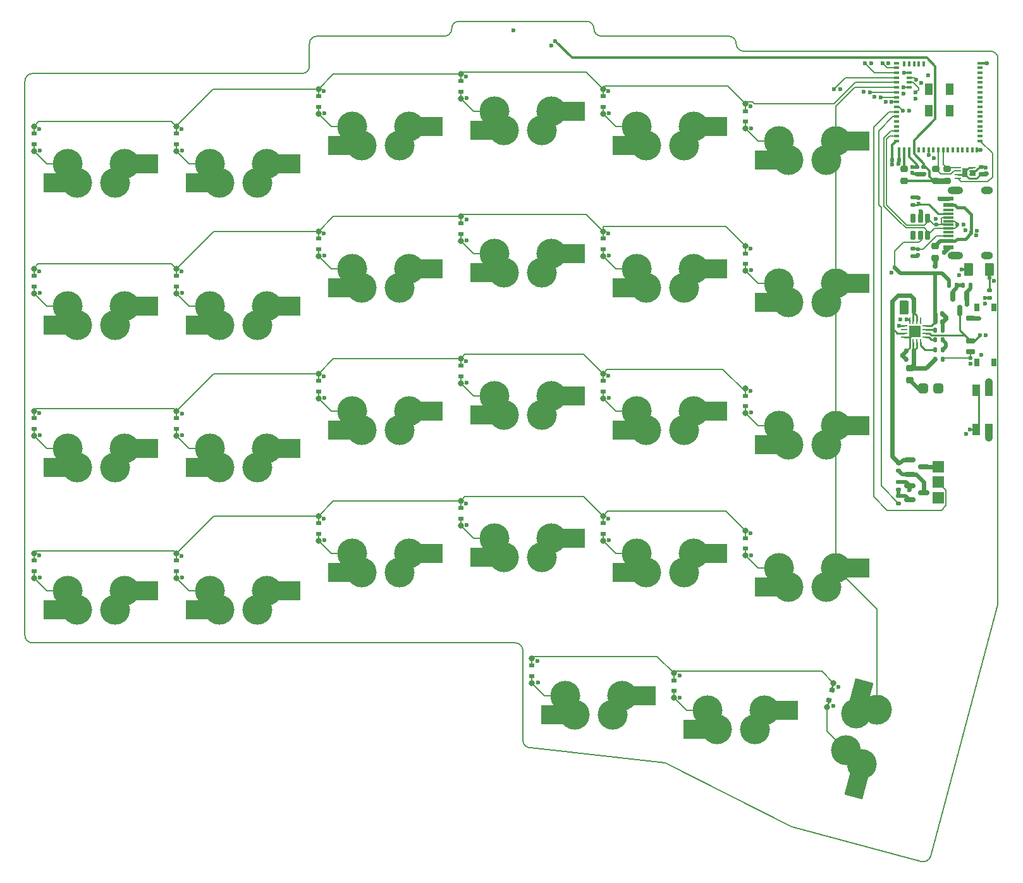
<source format=gbr>
%TF.GenerationSoftware,KiCad,Pcbnew,(6.0.4)*%
%TF.CreationDate,2022-07-16T13:56:11-07:00*%
%TF.ProjectId,Conejo,436f6e65-6a6f-42e6-9b69-6361645f7063,v1.0.0*%
%TF.SameCoordinates,Original*%
%TF.FileFunction,Copper,L4,Bot*%
%TF.FilePolarity,Positive*%
%FSLAX46Y46*%
G04 Gerber Fmt 4.6, Leading zero omitted, Abs format (unit mm)*
G04 Created by KiCad (PCBNEW (6.0.4)) date 2022-07-16 13:56:11*
%MOMM*%
%LPD*%
G01*
G04 APERTURE LIST*
G04 Aperture macros list*
%AMRoundRect*
0 Rectangle with rounded corners*
0 $1 Rounding radius*
0 $2 $3 $4 $5 $6 $7 $8 $9 X,Y pos of 4 corners*
0 Add a 4 corners polygon primitive as box body*
4,1,4,$2,$3,$4,$5,$6,$7,$8,$9,$2,$3,0*
0 Add four circle primitives for the rounded corners*
1,1,$1+$1,$2,$3*
1,1,$1+$1,$4,$5*
1,1,$1+$1,$6,$7*
1,1,$1+$1,$8,$9*
0 Add four rect primitives between the rounded corners*
20,1,$1+$1,$2,$3,$4,$5,0*
20,1,$1+$1,$4,$5,$6,$7,0*
20,1,$1+$1,$6,$7,$8,$9,0*
20,1,$1+$1,$8,$9,$2,$3,0*%
%AMRotRect*
0 Rectangle, with rotation*
0 The origin of the aperture is its center*
0 $1 length*
0 $2 width*
0 $3 Rotation angle, in degrees counterclockwise*
0 Add horizontal line*
21,1,$1,$2,0,0,$3*%
G04 Aperture macros list end*
%TA.AperFunction,Profile*%
%ADD10C,0.150000*%
%TD*%
%TA.AperFunction,SMDPad,CuDef*%
%ADD11R,0.700000X0.600000*%
%TD*%
%TA.AperFunction,SMDPad,CuDef*%
%ADD12RoundRect,0.125000X0.000000X0.700000X0.000000X-0.700000X0.000000X-0.700000X0.000000X0.700000X0*%
%TD*%
%TA.AperFunction,ComponentPad*%
%ADD13C,0.800000*%
%TD*%
%TA.AperFunction,SMDPad,CuDef*%
%ADD14R,3.498000X2.500000*%
%TD*%
%TA.AperFunction,ComponentPad*%
%ADD15C,4.000000*%
%TD*%
%TA.AperFunction,SMDPad,CuDef*%
%ADD16RoundRect,0.090000X0.535000X-0.210000X0.535000X0.210000X-0.535000X0.210000X-0.535000X-0.210000X0*%
%TD*%
%TA.AperFunction,SMDPad,CuDef*%
%ADD17RoundRect,0.105000X-0.245000X-0.445000X0.245000X-0.445000X0.245000X0.445000X-0.245000X0.445000X0*%
%TD*%
%TA.AperFunction,SMDPad,CuDef*%
%ADD18R,1.000000X1.550000*%
%TD*%
%TA.AperFunction,SMDPad,CuDef*%
%ADD19R,1.450000X0.600000*%
%TD*%
%TA.AperFunction,SMDPad,CuDef*%
%ADD20R,1.450000X0.300000*%
%TD*%
%TA.AperFunction,ComponentPad*%
%ADD21O,2.100000X1.000000*%
%TD*%
%TA.AperFunction,ComponentPad*%
%ADD22O,1.600000X1.000000*%
%TD*%
%TA.AperFunction,SMDPad,CuDef*%
%ADD23RotRect,0.600000X0.700000X255.000000*%
%TD*%
%TA.AperFunction,SMDPad,CuDef*%
%ADD24RoundRect,0.125000X0.181173X0.676148X-0.181173X-0.676148X-0.181173X-0.676148X0.181173X0.676148X0*%
%TD*%
%TA.AperFunction,SMDPad,CuDef*%
%ADD25RoundRect,0.140000X-0.170000X0.140000X-0.170000X-0.140000X0.170000X-0.140000X0.170000X0.140000X0*%
%TD*%
%TA.AperFunction,SMDPad,CuDef*%
%ADD26RoundRect,0.218750X-0.256250X0.218750X-0.256250X-0.218750X0.256250X-0.218750X0.256250X0.218750X0*%
%TD*%
%TA.AperFunction,SMDPad,CuDef*%
%ADD27RoundRect,0.147500X-0.172500X0.147500X-0.172500X-0.147500X0.172500X-0.147500X0.172500X0.147500X0*%
%TD*%
%TA.AperFunction,SMDPad,CuDef*%
%ADD28RoundRect,0.140000X0.140000X0.170000X-0.140000X0.170000X-0.140000X-0.170000X0.140000X-0.170000X0*%
%TD*%
%TA.AperFunction,SMDPad,CuDef*%
%ADD29RoundRect,0.135000X-0.185000X0.135000X-0.185000X-0.135000X0.185000X-0.135000X0.185000X0.135000X0*%
%TD*%
%TA.AperFunction,SMDPad,CuDef*%
%ADD30RoundRect,0.150000X-0.150000X0.475000X-0.150000X-0.475000X0.150000X-0.475000X0.150000X0.475000X0*%
%TD*%
%TA.AperFunction,ComponentPad*%
%ADD31R,1.524000X1.524000*%
%TD*%
%TA.AperFunction,SMDPad,CuDef*%
%ADD32RoundRect,0.135000X0.135000X0.185000X-0.135000X0.185000X-0.135000X-0.185000X0.135000X-0.185000X0*%
%TD*%
%TA.AperFunction,SMDPad,CuDef*%
%ADD33RoundRect,0.200000X-0.275000X0.200000X-0.275000X-0.200000X0.275000X-0.200000X0.275000X0.200000X0*%
%TD*%
%TA.AperFunction,SMDPad,CuDef*%
%ADD34RoundRect,0.062500X0.062500X-0.375000X0.062500X0.375000X-0.062500X0.375000X-0.062500X-0.375000X0*%
%TD*%
%TA.AperFunction,SMDPad,CuDef*%
%ADD35RoundRect,0.062500X0.375000X-0.062500X0.375000X0.062500X-0.375000X0.062500X-0.375000X-0.062500X0*%
%TD*%
%TA.AperFunction,SMDPad,CuDef*%
%ADD36R,1.600000X1.600000*%
%TD*%
%TA.AperFunction,SMDPad,CuDef*%
%ADD37RoundRect,0.250000X0.375000X0.625000X-0.375000X0.625000X-0.375000X-0.625000X0.375000X-0.625000X0*%
%TD*%
%TA.AperFunction,SMDPad,CuDef*%
%ADD38RoundRect,0.135000X-0.135000X-0.185000X0.135000X-0.185000X0.135000X0.185000X-0.135000X0.185000X0*%
%TD*%
%TA.AperFunction,SMDPad,CuDef*%
%ADD39RoundRect,0.135000X0.185000X-0.135000X0.185000X0.135000X-0.185000X0.135000X-0.185000X-0.135000X0*%
%TD*%
%TA.AperFunction,SMDPad,CuDef*%
%ADD40RoundRect,0.140000X-0.140000X-0.170000X0.140000X-0.170000X0.140000X0.170000X-0.140000X0.170000X0*%
%TD*%
%TA.AperFunction,SMDPad,CuDef*%
%ADD41RoundRect,0.150000X-0.150000X0.587500X-0.150000X-0.587500X0.150000X-0.587500X0.150000X0.587500X0*%
%TD*%
%TA.AperFunction,SMDPad,CuDef*%
%ADD42R,0.800000X0.350000*%
%TD*%
%TA.AperFunction,SMDPad,CuDef*%
%ADD43R,0.350000X0.800000*%
%TD*%
%TA.AperFunction,SMDPad,CuDef*%
%ADD44R,1.000000X1.500000*%
%TD*%
%TA.AperFunction,SMDPad,CuDef*%
%ADD45RotRect,3.498000X2.500000X255.000000*%
%TD*%
%TA.AperFunction,SMDPad,CuDef*%
%ADD46RotRect,3.498000X2.500000X75.000000*%
%TD*%
%TA.AperFunction,ComponentPad*%
%ADD47RoundRect,0.337500X-0.337500X0.337500X-0.337500X-0.337500X0.337500X-0.337500X0.337500X0.337500X0*%
%TD*%
%TA.AperFunction,SMDPad,CuDef*%
%ADD48RoundRect,0.150000X-0.587500X-0.150000X0.587500X-0.150000X0.587500X0.150000X-0.587500X0.150000X0*%
%TD*%
%TA.AperFunction,SMDPad,CuDef*%
%ADD49RoundRect,0.062500X0.325000X0.062500X-0.325000X0.062500X-0.325000X-0.062500X0.325000X-0.062500X0*%
%TD*%
%TA.AperFunction,SMDPad,CuDef*%
%ADD50R,0.800000X1.200000*%
%TD*%
%TA.AperFunction,ViaPad*%
%ADD51C,0.600000*%
%TD*%
%TA.AperFunction,Conductor*%
%ADD52C,0.350000*%
%TD*%
%TA.AperFunction,Conductor*%
%ADD53C,0.200000*%
%TD*%
%TA.AperFunction,Conductor*%
%ADD54C,0.250000*%
%TD*%
%TA.AperFunction,Conductor*%
%ADD55C,0.540000*%
%TD*%
%TA.AperFunction,Conductor*%
%ADD56C,0.560000*%
%TD*%
%TA.AperFunction,Conductor*%
%ADD57C,0.520000*%
%TD*%
%TA.AperFunction,Conductor*%
%ADD58C,1.000000*%
%TD*%
%TA.AperFunction,Conductor*%
%ADD59C,0.600000*%
%TD*%
%TA.AperFunction,Conductor*%
%ADD60C,0.400000*%
%TD*%
%TA.AperFunction,Conductor*%
%ADD61C,0.500000*%
%TD*%
%TA.AperFunction,Conductor*%
%ADD62C,0.590000*%
%TD*%
%TA.AperFunction,Conductor*%
%ADD63C,0.800000*%
%TD*%
%TA.AperFunction,Conductor*%
%ADD64C,0.205740*%
%TD*%
G04 APERTURE END LIST*
D10*
X93101679Y-93260414D02*
X76199999Y-84725000D01*
X57150000Y-69675000D02*
G75*
G03*
X56150001Y-68675000I-1000000J0D01*
G01*
X67675000Y12525000D02*
X84725000Y12525000D01*
X56150001Y-68675000D02*
X-8525000Y-68674999D01*
X27567894Y7525000D02*
X-8525000Y7525000D01*
X66675000Y13525000D02*
G75*
G03*
X65675000Y14525000I-1000000J0D01*
G01*
X85725000Y11525000D02*
G75*
G03*
X86725000Y10525000I1000000J0D01*
G01*
X57150000Y-81725000D02*
G75*
G03*
X58150000Y-82725000I1000000J0D01*
G01*
X29575000Y12525000D02*
G75*
G03*
X28575000Y11525000I0J-1000000D01*
G01*
X-9525000Y-67675000D02*
X-9525000Y6525000D01*
X46625000Y12525000D02*
X29575000Y12525000D01*
X48625000Y14525000D02*
G75*
G03*
X47625000Y13525000I0J-1000000D01*
G01*
X-9525000Y-67675000D02*
G75*
G03*
X-8525000Y-68674999I1000001J2D01*
G01*
X27567894Y7525007D02*
G75*
G03*
X28567893Y8525000I6J999993D01*
G01*
X120775000Y9525000D02*
G75*
G03*
X119775000Y10525000I-1000000J0D01*
G01*
X57150000Y-81725000D02*
X57150001Y-69675000D01*
X93101679Y-93260414D02*
X110536640Y-97932098D01*
X46625000Y12525000D02*
G75*
G03*
X47625000Y13525000I0J1000000D01*
G01*
X86725000Y10525000D02*
X119775000Y10525000D01*
X110536648Y-97932067D02*
G75*
G03*
X111761384Y-97224991I258852J965867D01*
G01*
X65675000Y14525000D02*
X48625000Y14525000D01*
X28575000Y11525000D02*
X28567893Y8525000D01*
X76199999Y-84725000D02*
X58150000Y-82725000D01*
X85725000Y11525000D02*
G75*
G03*
X84725000Y12525000I-1000000J0D01*
G01*
X120775000Y9525000D02*
X120775000Y-63575000D01*
X66675000Y13525000D02*
G75*
G03*
X67675000Y12525000I1000000J0D01*
G01*
X120775000Y-63575000D02*
X111761384Y-97224991D01*
X-8525000Y7525000D02*
G75*
G03*
X-9525000Y6525000I-1J-999999D01*
G01*
D11*
%TO.P,D21,1,K*%
%TO.N,ROW2*%
X67875000Y-14550000D03*
D12*
X67875000Y-14025000D03*
D13*
X67875000Y-13599000D03*
D11*
%TO.P,D21,2,A*%
%TO.N,Net-(D21-Pad2)*%
X67875000Y-15950000D03*
D12*
X67875000Y-16475000D03*
D13*
X67875000Y-16901000D03*
%TD*%
D14*
%TO.P,SW9,1,1*%
%TO.N,COL2*%
X25661000Y-61690000D03*
D15*
X21590000Y-64230000D03*
X22860000Y-61690000D03*
%TO.P,SW9,2,2*%
%TO.N,Net-(D10-Pad2)*%
X16510000Y-64230000D03*
X15240000Y-61690000D03*
D14*
X13709000Y-64230000D03*
%TD*%
D15*
%TO.P,SW14,1,1*%
%TO.N,COL4*%
X59690000Y-80000D03*
D14*
X63761000Y2460000D03*
D15*
X60960000Y2460000D03*
%TO.P,SW14,2,2*%
%TO.N,Net-(D15-Pad2)*%
X54610000Y-80000D03*
X53340000Y2460000D03*
D14*
X51809000Y-80000D03*
%TD*%
D12*
%TO.P,D8,1,K*%
%TO.N,ROW2*%
X10725000Y-19025000D03*
D11*
X10725000Y-19550000D03*
D13*
X10725000Y-18599000D03*
D12*
%TO.P,D8,2,A*%
%TO.N,Net-(D8-Pad2)*%
X10725000Y-21475000D03*
D13*
X10725000Y-21901000D03*
D11*
X10725000Y-20950000D03*
%TD*%
D13*
%TO.P,D4,1,K*%
%TO.N,ROW2*%
X-8325000Y-18599000D03*
D12*
X-8325000Y-19025000D03*
D11*
X-8325000Y-19550000D03*
%TO.P,D4,2,A*%
%TO.N,Net-(D4-Pad2)*%
X-8325000Y-20950000D03*
D13*
X-8325000Y-21901000D03*
D12*
X-8325000Y-21475000D03*
%TD*%
D15*
%TO.P,SW4,1,1*%
%TO.N,COL1*%
X2540000Y-45180000D03*
D14*
X6611000Y-42640000D03*
D15*
X3810000Y-42640000D03*
%TO.P,SW4,2,2*%
%TO.N,Net-(D5-Pad2)*%
X-3810000Y-42640000D03*
D14*
X-5341000Y-45180000D03*
D15*
X-2540000Y-45180000D03*
%TD*%
%TO.P,SW25,1,1*%
%TO.N,COL6*%
X99060000Y-20590000D03*
X97790000Y-23130000D03*
D14*
X101861000Y-20590000D03*
%TO.P,SW25,2,2*%
%TO.N,Net-(D26-Pad2)*%
X89909000Y-23130000D03*
D15*
X92710000Y-23130000D03*
X91440000Y-20590000D03*
%TD*%
%TO.P,SW21,1,1*%
%TO.N,COL5*%
X78740000Y-40180000D03*
X80010000Y-37640000D03*
D14*
X82811000Y-37640000D03*
D15*
%TO.P,SW21,2,2*%
%TO.N,Net-(D22-Pad2)*%
X73660000Y-40180000D03*
X72390000Y-37640000D03*
D14*
X70859000Y-40180000D03*
%TD*%
D16*
%TO.P,SW1,1,A*%
%TO.N,GND*%
X117075000Y-25225000D03*
%TO.P,SW1,2,B*%
%TO.N,/Power Management/SYSOFF*%
X117075000Y-28225000D03*
%TO.P,SW1,3,C*%
%TO.N,Net-(R6-Pad1)*%
X117075000Y-29725000D03*
D17*
%TO.P,SW1,MP*%
%TO.N,N/C*%
X117925000Y-23775000D03*
X117925000Y-31175000D03*
X120225000Y-31175000D03*
X120225000Y-23775000D03*
%TD*%
D13*
%TO.P,D17,1,K*%
%TO.N,ROW3*%
X48825000Y-30649000D03*
D11*
X48825000Y-31600000D03*
D12*
X48825000Y-31075000D03*
%TO.P,D17,2,A*%
%TO.N,Net-(D17-Pad2)*%
X48825000Y-33525000D03*
D11*
X48825000Y-33000000D03*
D13*
X48825000Y-33951000D03*
%TD*%
%TO.P,D28,1,K*%
%TO.N,ROW4*%
X86925000Y-53699000D03*
D12*
X86925000Y-54125000D03*
D11*
X86925000Y-54650000D03*
D12*
%TO.P,D28,2,A*%
%TO.N,Net-(D28-Pad2)*%
X86925000Y-56575000D03*
D11*
X86925000Y-56050000D03*
D13*
X86925000Y-57001000D03*
%TD*%
D11*
%TO.P,D6,1,K*%
%TO.N,ROW4*%
X-8325000Y-57650000D03*
D12*
X-8325000Y-57125000D03*
D13*
X-8325000Y-56699000D03*
D11*
%TO.P,D6,2,A*%
%TO.N,Net-(D6-Pad2)*%
X-8325000Y-59050000D03*
D13*
X-8325000Y-60001000D03*
D12*
X-8325000Y-59575000D03*
%TD*%
D11*
%TO.P,D5,1,K*%
%TO.N,ROW3*%
X-8325000Y-38600000D03*
D13*
X-8325000Y-37649000D03*
D12*
X-8325000Y-38075000D03*
D11*
%TO.P,D5,2,A*%
%TO.N,Net-(D5-Pad2)*%
X-8325000Y-40000000D03*
D13*
X-8325000Y-40951000D03*
D12*
X-8325000Y-40525000D03*
%TD*%
D15*
%TO.P,SW18,1,1*%
%TO.N,COL4*%
X69215000Y-78280000D03*
D14*
X73286000Y-75740000D03*
D15*
X70485000Y-75740000D03*
D14*
%TO.P,SW18,2,2*%
%TO.N,Net-(D19-Pad2)*%
X61334000Y-78280000D03*
D15*
X64135000Y-78280000D03*
X62865000Y-75740000D03*
%TD*%
D13*
%TO.P,D9,1,K*%
%TO.N,ROW3*%
X10725000Y-37649000D03*
D11*
X10725000Y-38600000D03*
D12*
X10725000Y-38075000D03*
%TO.P,D9,2,A*%
%TO.N,Net-(D9-Pad2)*%
X10725000Y-40525000D03*
D13*
X10725000Y-40951000D03*
D11*
X10725000Y-40000000D03*
%TD*%
D12*
%TO.P,D16,1,K*%
%TO.N,ROW2*%
X48825000Y-12025000D03*
D11*
X48825000Y-12550000D03*
D13*
X48825000Y-11599000D03*
%TO.P,D16,2,A*%
%TO.N,Net-(D16-Pad2)*%
X48825000Y-14901000D03*
D12*
X48825000Y-14475000D03*
D11*
X48825000Y-13950000D03*
%TD*%
D15*
%TO.P,SW10,1,1*%
%TO.N,COL3*%
X40640000Y-2080000D03*
D14*
X44711000Y460000D03*
D15*
X41910000Y460000D03*
%TO.P,SW10,2,2*%
%TO.N,Net-(D11-Pad2)*%
X34290000Y460000D03*
X35560000Y-2080000D03*
D14*
X32759000Y-2080000D03*
%TD*%
D11*
%TO.P,D18,1,K*%
%TO.N,ROW4*%
X48825000Y-50650000D03*
D13*
X48825000Y-49699000D03*
D12*
X48825000Y-50125000D03*
D11*
%TO.P,D18,2,A*%
%TO.N,Net-(D18-Pad2)*%
X48825000Y-52050000D03*
D13*
X48825000Y-53001000D03*
D12*
X48825000Y-52575000D03*
%TD*%
D11*
%TO.P,D19,1,K*%
%TO.N,ROW5*%
X58350000Y-71700000D03*
D13*
X58350000Y-70749000D03*
D12*
X58350000Y-71175000D03*
D13*
%TO.P,D19,2,A*%
%TO.N,Net-(D19-Pad2)*%
X58350000Y-74051000D03*
D12*
X58350000Y-73625000D03*
D11*
X58350000Y-73100000D03*
%TD*%
D12*
%TO.P,D20,1,K*%
%TO.N,ROW1*%
X67875000Y5025000D03*
D11*
X67875000Y4500000D03*
D13*
X67875000Y5451000D03*
D11*
%TO.P,D20,2,A*%
%TO.N,Net-(D20-Pad2)*%
X67875000Y3100000D03*
D12*
X67875000Y2575000D03*
D13*
X67875000Y2149000D03*
%TD*%
D15*
%TO.P,SW6,1,1*%
%TO.N,COL2*%
X22860000Y-4540000D03*
X21590000Y-7080000D03*
D14*
X25661000Y-4540000D03*
D15*
%TO.P,SW6,2,2*%
%TO.N,Net-(D7-Pad2)*%
X15240000Y-4540000D03*
X16510000Y-7080000D03*
D14*
X13709000Y-7080000D03*
%TD*%
D15*
%TO.P,SW11,1,1*%
%TO.N,COL3*%
X40640000Y-21130000D03*
X41910000Y-18590000D03*
D14*
X44711000Y-18590000D03*
D15*
%TO.P,SW11,2,2*%
%TO.N,Net-(D12-Pad2)*%
X34290000Y-18590000D03*
X35560000Y-21130000D03*
D14*
X32759000Y-21130000D03*
%TD*%
D18*
%TO.P,SW29,1,1*%
%TO.N,GND*%
X119525000Y-34850000D03*
X119525000Y-40100000D03*
%TO.P,SW29,2,2*%
%TO.N,RESET*%
X117825000Y-34850000D03*
X117825000Y-40100000D03*
%TD*%
D13*
%TO.P,D15,1,K*%
%TO.N,ROW1*%
X48825000Y7451000D03*
D11*
X48825000Y6500000D03*
D12*
X48825000Y7025000D03*
%TO.P,D15,2,A*%
%TO.N,Net-(D15-Pad2)*%
X48825000Y4575000D03*
D11*
X48825000Y5100000D03*
D13*
X48825000Y4149000D03*
%TD*%
D11*
%TO.P,D12,1,K*%
%TO.N,ROW2*%
X29775000Y-14550000D03*
D13*
X29775000Y-13599000D03*
D12*
X29775000Y-14025000D03*
%TO.P,D12,2,A*%
%TO.N,Net-(D12-Pad2)*%
X29775000Y-16475000D03*
D11*
X29775000Y-15950000D03*
D13*
X29775000Y-16901000D03*
%TD*%
D14*
%TO.P,SW24,1,1*%
%TO.N,COL6*%
X101861000Y-1540000D03*
D15*
X99060000Y-1540000D03*
X97790000Y-4080000D03*
D14*
%TO.P,SW24,2,2*%
%TO.N,Net-(D25-Pad2)*%
X89909000Y-4080000D03*
D15*
X92710000Y-4080000D03*
X91440000Y-1540000D03*
%TD*%
D14*
%TO.P,SW27,1,1*%
%TO.N,COL6*%
X101861000Y-58690000D03*
D15*
X97790000Y-61230000D03*
X99060000Y-58690000D03*
%TO.P,SW27,2,2*%
%TO.N,Net-(D28-Pad2)*%
X92710000Y-61230000D03*
X91440000Y-58690000D03*
D14*
X89909000Y-61230000D03*
%TD*%
D15*
%TO.P,SW8,1,1*%
%TO.N,COL2*%
X22860000Y-42640000D03*
X21590000Y-45180000D03*
D14*
X25661000Y-42640000D03*
D15*
%TO.P,SW8,2,2*%
%TO.N,Net-(D9-Pad2)*%
X16510000Y-45180000D03*
X15240000Y-42640000D03*
D14*
X13709000Y-45180000D03*
%TD*%
D12*
%TO.P,D22,1,K*%
%TO.N,ROW3*%
X67875000Y-33075000D03*
D13*
X67875000Y-32649000D03*
D11*
X67875000Y-33600000D03*
%TO.P,D22,2,A*%
%TO.N,Net-(D22-Pad2)*%
X67875000Y-35000000D03*
D13*
X67875000Y-35951000D03*
D12*
X67875000Y-35525000D03*
%TD*%
D15*
%TO.P,SW5,1,1*%
%TO.N,COL1*%
X2540000Y-64230000D03*
D14*
X6611000Y-61690000D03*
D15*
X3810000Y-61690000D03*
D14*
%TO.P,SW5,2,2*%
%TO.N,Net-(D6-Pad2)*%
X-5341000Y-64230000D03*
D15*
X-2540000Y-64230000D03*
X-3810000Y-61690000D03*
%TD*%
%TO.P,SW19,1,1*%
%TO.N,COL5*%
X80010000Y460000D03*
D14*
X82811000Y460000D03*
D15*
X78740000Y-2080000D03*
%TO.P,SW19,2,2*%
%TO.N,Net-(D20-Pad2)*%
X73660000Y-2080000D03*
X72390000Y460000D03*
D14*
X70859000Y-2080000D03*
%TD*%
%TO.P,SW23,1,1*%
%TO.N,COL5*%
X92336000Y-77740000D03*
D15*
X88265000Y-80280000D03*
X89535000Y-77740000D03*
%TO.P,SW23,2,2*%
%TO.N,Net-(D24-Pad2)*%
X81915000Y-77740000D03*
X83185000Y-80280000D03*
D14*
X80384000Y-80280000D03*
%TD*%
D15*
%TO.P,SW16,1,1*%
%TO.N,COL4*%
X59690000Y-38179999D03*
X60960000Y-35639999D03*
D14*
X63761000Y-35639999D03*
D15*
%TO.P,SW16,2,2*%
%TO.N,Net-(D17-Pad2)*%
X54610000Y-38179999D03*
D14*
X51809000Y-38179999D03*
D15*
X53340000Y-35639999D03*
%TD*%
%TO.P,SW7,1,1*%
%TO.N,COL2*%
X22860000Y-23589999D03*
D14*
X25661000Y-23589999D03*
D15*
X21590000Y-26129999D03*
D14*
%TO.P,SW7,2,2*%
%TO.N,Net-(D8-Pad2)*%
X13709000Y-26129999D03*
D15*
X15240000Y-23589999D03*
X16510000Y-26129999D03*
%TD*%
D13*
%TO.P,D3,1,K*%
%TO.N,ROW1*%
X-8325000Y451000D03*
D11*
X-8325000Y-500000D03*
D12*
X-8325000Y25000D03*
D13*
%TO.P,D3,2,A*%
%TO.N,Net-(D3-Pad2)*%
X-8325000Y-2851000D03*
D11*
X-8325000Y-1900000D03*
D12*
X-8325000Y-2425000D03*
%TD*%
D15*
%TO.P,SW20,1,1*%
%TO.N,COL5*%
X78740000Y-21130000D03*
X80010000Y-18590000D03*
D14*
X82811000Y-18590000D03*
D15*
%TO.P,SW20,2,2*%
%TO.N,Net-(D21-Pad2)*%
X72390000Y-18590000D03*
D14*
X70859000Y-21130000D03*
D15*
X73660000Y-21130000D03*
%TD*%
D12*
%TO.P,D23,1,K*%
%TO.N,ROW4*%
X67875000Y-52125000D03*
D11*
X67875000Y-52650000D03*
D13*
X67875000Y-51699000D03*
D12*
%TO.P,D23,2,A*%
%TO.N,Net-(D23-Pad2)*%
X67875000Y-54575000D03*
D13*
X67875000Y-55001000D03*
D11*
X67875000Y-54050000D03*
%TD*%
D15*
%TO.P,SW15,1,1*%
%TO.N,COL4*%
X59690002Y-19130000D03*
X60960002Y-16590000D03*
D14*
X63761002Y-16590000D03*
D15*
%TO.P,SW15,2,2*%
%TO.N,Net-(D16-Pad2)*%
X54610002Y-19130000D03*
X53340002Y-16590000D03*
D14*
X51809002Y-19130000D03*
%TD*%
D15*
%TO.P,SW26,1,1*%
%TO.N,COL6*%
X99060000Y-39640000D03*
X97790000Y-42180000D03*
D14*
X101861000Y-39640000D03*
D15*
%TO.P,SW26,2,2*%
%TO.N,Net-(D27-Pad2)*%
X91440000Y-39640000D03*
D14*
X89909000Y-42180000D03*
D15*
X92710000Y-42180000D03*
%TD*%
D12*
%TO.P,D13,1,K*%
%TO.N,ROW3*%
X29775000Y-33075000D03*
D13*
X29775000Y-32649000D03*
D11*
X29775000Y-33600000D03*
D12*
%TO.P,D13,2,A*%
%TO.N,Net-(D13-Pad2)*%
X29775000Y-35525000D03*
D13*
X29775000Y-35951000D03*
D11*
X29775000Y-35000000D03*
%TD*%
D12*
%TO.P,D7,1,K*%
%TO.N,ROW1*%
X10725000Y25000D03*
D13*
X10725000Y451000D03*
D11*
X10725000Y-500000D03*
%TO.P,D7,2,A*%
%TO.N,Net-(D7-Pad2)*%
X10725000Y-1900000D03*
D13*
X10725000Y-2851000D03*
D12*
X10725000Y-2425000D03*
%TD*%
D11*
%TO.P,D26,1,K*%
%TO.N,ROW2*%
X86925000Y-16550000D03*
D12*
X86925000Y-16025000D03*
D13*
X86925000Y-15599000D03*
D11*
%TO.P,D26,2,A*%
%TO.N,Net-(D26-Pad2)*%
X86925000Y-17950000D03*
D13*
X86925000Y-18901000D03*
D12*
X86925000Y-18475000D03*
%TD*%
D13*
%TO.P,D14,1,K*%
%TO.N,ROW4*%
X29775000Y-51699000D03*
D12*
X29775000Y-52125000D03*
D11*
X29775000Y-52650000D03*
D12*
%TO.P,D14,2,A*%
%TO.N,Net-(D14-Pad2)*%
X29775000Y-54575000D03*
D13*
X29775000Y-55001000D03*
D11*
X29775000Y-54050000D03*
%TD*%
%TO.P,D25,1,K*%
%TO.N,ROW1*%
X86925000Y2500000D03*
D12*
X86925000Y3025000D03*
D13*
X86925000Y3451000D03*
%TO.P,D25,2,A*%
%TO.N,Net-(D25-Pad2)*%
X86925000Y149000D03*
D11*
X86925000Y1100000D03*
D12*
X86925000Y575000D03*
%TD*%
D15*
%TO.P,SW17,1,1*%
%TO.N,COL4*%
X60960000Y-54690000D03*
X59690000Y-57230000D03*
D14*
X63761000Y-54690000D03*
D15*
%TO.P,SW17,2,2*%
%TO.N,Net-(D18-Pad2)*%
X54610000Y-57230000D03*
X53340000Y-54690000D03*
D14*
X51809000Y-57230000D03*
%TD*%
D19*
%TO.P,J2,A1,GND*%
%TO.N,GND*%
X114180000Y-9225000D03*
%TO.P,J2,A4,VBUS*%
%TO.N,VBUS*%
X114180000Y-10025000D03*
D20*
%TO.P,J2,A5,CC1*%
%TO.N,/USB-C/CC1*%
X114180000Y-14225000D03*
%TO.P,J2,A6,D+*%
%TO.N,D+*%
X114180000Y-12225000D03*
%TO.P,J2,A7,D-*%
%TO.N,D-*%
X114180000Y-12725000D03*
%TO.P,J2,A8,SBU1*%
%TO.N,unconnected-(J2-PadA8)*%
X114180000Y-13725000D03*
D19*
%TO.P,J2,A9,VBUS*%
%TO.N,VBUS*%
X114180000Y-14925000D03*
%TO.P,J2,A12,GND*%
%TO.N,GND*%
X114180000Y-15725000D03*
%TO.P,J2,B1,GND*%
X114180000Y-15725000D03*
%TO.P,J2,B4,VBUS*%
%TO.N,VBUS*%
X114180000Y-14925000D03*
D20*
%TO.P,J2,B5,CC2*%
%TO.N,/USB-C/CC2*%
X114180000Y-11225000D03*
%TO.P,J2,B6,D+*%
%TO.N,D+*%
X114180000Y-13225000D03*
%TO.P,J2,B7,D-*%
%TO.N,D-*%
X114180000Y-11725000D03*
%TO.P,J2,B8,SBU2*%
%TO.N,unconnected-(J2-PadB8)*%
X114180000Y-10725000D03*
D19*
%TO.P,J2,B9,VBUS*%
%TO.N,VBUS*%
X114180000Y-10025000D03*
%TO.P,J2,B12,GND*%
%TO.N,GND*%
X114180000Y-9225000D03*
D21*
%TO.P,J2,S1,SHIELD*%
X115095000Y-16795000D03*
D22*
X119275000Y-16795000D03*
D21*
X115095000Y-8155000D03*
D22*
X119275000Y-8155000D03*
%TD*%
D15*
%TO.P,SW22,1,1*%
%TO.N,COL5*%
X78740000Y-59230000D03*
D14*
X82811000Y-56690000D03*
D15*
X80010000Y-56690000D03*
D14*
%TO.P,SW22,2,2*%
%TO.N,Net-(D23-Pad2)*%
X70859000Y-59230000D03*
D15*
X73660000Y-59230000D03*
X72390000Y-56690000D03*
%TD*%
D23*
%TO.P,D29,1,K*%
%TO.N,ROW5*%
X98523117Y-74980777D03*
D24*
X98658997Y-74473666D03*
D13*
X98769254Y-74062181D03*
%TO.P,D29,2,A*%
%TO.N,Net-(D29-Pad2)*%
X97914634Y-77251669D03*
D23*
X98160771Y-76333073D03*
D24*
X98024891Y-76840184D03*
%TD*%
D11*
%TO.P,D10,1,K*%
%TO.N,ROW4*%
X10725000Y-57650000D03*
D12*
X10725000Y-57125000D03*
D13*
X10725000Y-56699000D03*
D11*
%TO.P,D10,2,A*%
%TO.N,Net-(D10-Pad2)*%
X10725000Y-59050000D03*
D13*
X10725000Y-60001000D03*
D12*
X10725000Y-59575000D03*
%TD*%
D14*
%TO.P,SW2,1,1*%
%TO.N,COL1*%
X6611000Y-4540000D03*
D15*
X2540000Y-7080000D03*
X3810000Y-4540000D03*
%TO.P,SW2,2,2*%
%TO.N,Net-(D3-Pad2)*%
X-3810000Y-4540000D03*
X-2540000Y-7080000D03*
D14*
X-5341000Y-7080000D03*
%TD*%
D15*
%TO.P,SW3,1,1*%
%TO.N,COL1*%
X2540000Y-26130000D03*
D14*
X6611000Y-23590000D03*
D15*
X3810000Y-23590000D03*
%TO.P,SW3,2,2*%
%TO.N,Net-(D4-Pad2)*%
X-3810000Y-23590000D03*
X-2540000Y-26130000D03*
D14*
X-5341000Y-26130000D03*
%TD*%
D12*
%TO.P,D27,1,K*%
%TO.N,ROW3*%
X86925000Y-35075000D03*
D13*
X86925000Y-34649000D03*
D11*
X86925000Y-35600000D03*
D13*
%TO.P,D27,2,A*%
%TO.N,Net-(D27-Pad2)*%
X86925000Y-37951000D03*
D11*
X86925000Y-37000000D03*
D12*
X86925000Y-37525000D03*
%TD*%
D14*
%TO.P,SW12,1,1*%
%TO.N,COL3*%
X44711000Y-37640000D03*
D15*
X40640000Y-40180000D03*
X41910000Y-37640000D03*
%TO.P,SW12,2,2*%
%TO.N,Net-(D13-Pad2)*%
X35560000Y-40180000D03*
X34290000Y-37640000D03*
D14*
X32759000Y-40180000D03*
%TD*%
D11*
%TO.P,D11,1,K*%
%TO.N,ROW1*%
X29775000Y4500000D03*
D12*
X29775000Y5025000D03*
D13*
X29775000Y5451000D03*
D11*
%TO.P,D11,2,A*%
%TO.N,Net-(D11-Pad2)*%
X29775000Y3100000D03*
D12*
X29775000Y2575000D03*
D13*
X29775000Y2149000D03*
%TD*%
D14*
%TO.P,SW13,1,1*%
%TO.N,COL3*%
X44711000Y-56690000D03*
D15*
X40640000Y-59230000D03*
X41910000Y-56690000D03*
%TO.P,SW13,2,2*%
%TO.N,Net-(D14-Pad2)*%
X34290000Y-56690000D03*
D14*
X32759000Y-59230000D03*
D15*
X35560000Y-59230000D03*
%TD*%
D12*
%TO.P,D24,1,K*%
%TO.N,ROW5*%
X77400000Y-73175000D03*
D13*
X77400000Y-72749000D03*
D11*
X77400000Y-73700000D03*
%TO.P,D24,2,A*%
%TO.N,Net-(D24-Pad2)*%
X77400000Y-75100000D03*
D12*
X77400000Y-75625000D03*
D13*
X77400000Y-76051000D03*
%TD*%
D25*
%TO.P,C8,1*%
%TO.N,VDD*%
X110875000Y-4945000D03*
%TO.P,C8,2*%
%TO.N,GND*%
X110875000Y-5905000D03*
%TD*%
D26*
%TO.P,L1,1*%
%TO.N,DCCH*%
X108225000Y-5237500D03*
%TO.P,L1,2*%
%TO.N,VDD*%
X108225000Y-6812500D03*
%TD*%
D27*
%TO.P,FB1,1*%
%TO.N,Net-(F2-Pad2)*%
X112375000Y-18240000D03*
%TO.P,FB1,2*%
%TO.N,+5V*%
X112375000Y-19210000D03*
%TD*%
D28*
%TO.P,C4,1*%
%TO.N,VDDH*%
X109455000Y-24325000D03*
%TO.P,C4,2*%
%TO.N,GND*%
X108495000Y-24325000D03*
%TD*%
D29*
%TO.P,R13,1*%
%TO.N,GND*%
X107475000Y-47165000D03*
%TO.P,R13,2*%
%TO.N,Net-(Q2-Pad1)*%
X107475000Y-48185000D03*
%TD*%
D30*
%TO.P,U3,1,IO1*%
%TO.N,unconnected-(U3-Pad1)*%
X109425000Y-11800000D03*
%TO.P,U3,2,VN*%
%TO.N,GND*%
X110375000Y-11800000D03*
%TO.P,U3,3,IO2*%
%TO.N,D-*%
X111325000Y-11800000D03*
%TO.P,U3,4,IO3*%
%TO.N,D+*%
X111325000Y-14150000D03*
%TO.P,U3,5,VP*%
%TO.N,+5V*%
X110375000Y-14150000D03*
%TO.P,U3,6,IO4*%
%TO.N,unconnected-(U3-Pad6)*%
X109425000Y-14150000D03*
%TD*%
D31*
%TO.P,J4,1,Pin_1*%
%TO.N,EXT_PWR*%
X112775000Y-45150000D03*
%TO.P,J4,2,Pin_2*%
%TO.N,LED_MOSI*%
X112775000Y-47150000D03*
%TO.P,J4,3,Pin_3*%
%TO.N,GND*%
X112775000Y-49250000D03*
%TD*%
D25*
%TO.P,C9,1*%
%TO.N,VDDH*%
X109875000Y-4945000D03*
%TO.P,C9,2*%
%TO.N,GND*%
X109875000Y-5905000D03*
%TD*%
D32*
%TO.P,R6,1*%
%TO.N,Net-(R6-Pad1)*%
X113347500Y-30725000D03*
%TO.P,R6,2*%
%TO.N,VBAT*%
X112327500Y-30725000D03*
%TD*%
D33*
%TO.P,R12,1*%
%TO.N,SCL*%
X112425000Y-5200000D03*
%TO.P,R12,2*%
%TO.N,VDD*%
X112425000Y-6850000D03*
%TD*%
D32*
%TO.P,R1,1*%
%TO.N,GND*%
X113347500Y-26825000D03*
%TO.P,R1,2*%
%TO.N,/Power Management/TMR*%
X112327500Y-26825000D03*
%TD*%
%TO.P,R3,1*%
%TO.N,GND*%
X113347500Y-29425000D03*
%TO.P,R3,2*%
%TO.N,/Power Management/TS*%
X112327500Y-29425000D03*
%TD*%
D34*
%TO.P,U1,1,TS*%
%TO.N,/Power Management/TS*%
X110437500Y-28412500D03*
%TO.P,U1,2,BAT*%
%TO.N,VBAT*%
X109937500Y-28412500D03*
%TO.P,U1,3,BAT*%
X109437500Y-28412500D03*
%TO.P,U1,4,~{CE}*%
%TO.N,GND*%
X108937500Y-28412500D03*
D35*
%TO.P,U1,5,EN2*%
X108250000Y-27725000D03*
%TO.P,U1,6,EN1*%
%TO.N,VDDH*%
X108250000Y-27225000D03*
%TO.P,U1,7,~{PGOOD}*%
%TO.N,unconnected-(U1-Pad7)*%
X108250000Y-26725000D03*
%TO.P,U1,8,VSS*%
%TO.N,GND*%
X108250000Y-26225000D03*
D34*
%TO.P,U1,9,~{CHG}*%
%TO.N,/Power Management/CHG*%
X108937500Y-25537500D03*
%TO.P,U1,10,OUT*%
%TO.N,VDDH*%
X109437500Y-25537500D03*
%TO.P,U1,11,OUT*%
X109937500Y-25537500D03*
%TO.P,U1,12,ILIM*%
%TO.N,unconnected-(U1-Pad12)*%
X110437500Y-25537500D03*
D35*
%TO.P,U1,13,IN*%
%TO.N,+5V*%
X111125000Y-26225000D03*
%TO.P,U1,14,TMR*%
%TO.N,/Power Management/TMR*%
X111125000Y-26725000D03*
%TO.P,U1,15,SYSOFF*%
%TO.N,/Power Management/SYSOFF*%
X111125000Y-27225000D03*
%TO.P,U1,16,ISET*%
%TO.N,/Power Management/ISET*%
X111125000Y-27725000D03*
D36*
%TO.P,U1,17,VSS*%
%TO.N,GND*%
X109687500Y-26975000D03*
%TD*%
D37*
%TO.P,D1,1,K*%
%TO.N,Net-(D1-Pad1)*%
X119625000Y-18725000D03*
%TO.P,D1,2,A*%
%TO.N,VDDH*%
X116825000Y-18725000D03*
%TD*%
D28*
%TO.P,C6,1*%
%TO.N,VBAT*%
X109455000Y-30725000D03*
%TO.P,C6,2*%
%TO.N,GND*%
X108495000Y-30725000D03*
%TD*%
D38*
%TO.P,R4,1*%
%TO.N,+5V*%
X114215000Y-20775000D03*
%TO.P,R4,2*%
%TO.N,Net-(Q1-Pad1)*%
X115235000Y-20775000D03*
%TD*%
D26*
%TO.P,F1,1*%
%TO.N,VBAT*%
X108975000Y-31937500D03*
%TO.P,F1,2*%
%TO.N,+BATT*%
X108975000Y-33512500D03*
%TD*%
D28*
%TO.P,C3,1*%
%TO.N,VDDH*%
X109455000Y-23225000D03*
%TO.P,C3,2*%
%TO.N,GND*%
X108495000Y-23225000D03*
%TD*%
D39*
%TO.P,R7,1*%
%TO.N,/Power Management/CHG*%
X119625000Y-22485000D03*
%TO.P,R7,2*%
%TO.N,Net-(D1-Pad1)*%
X119625000Y-21465000D03*
%TD*%
D40*
%TO.P,C10,1*%
%TO.N,+5V*%
X106595000Y-4075000D03*
%TO.P,C10,2*%
%TO.N,GND*%
X107555000Y-4075000D03*
%TD*%
D39*
%TO.P,R10,1*%
%TO.N,EXT_PWR_EN*%
X107475000Y-49985000D03*
%TO.P,R10,2*%
%TO.N,Net-(Q2-Pad1)*%
X107475000Y-48965000D03*
%TD*%
D41*
%TO.P,Q1,1,G*%
%TO.N,Net-(Q1-Pad1)*%
X114725000Y-22287500D03*
%TO.P,Q1,2,S*%
%TO.N,GND*%
X116625000Y-22287500D03*
%TO.P,Q1,3,D*%
%TO.N,/Power Management/SYSOFF*%
X115675000Y-24162500D03*
%TD*%
D42*
%TO.P,U4,1,GND*%
%TO.N,GND*%
X118375000Y8925000D03*
%TO.P,U4,2,P1.11*%
%TO.N,unconnected-(U4-Pad2)*%
X118375000Y8275000D03*
%TO.P,U4,3,P1.12*%
%TO.N,unconnected-(U4-Pad3)*%
X118375000Y7625000D03*
%TO.P,U4,4,P1.10*%
%TO.N,unconnected-(U4-Pad4)*%
X118375000Y6975000D03*
%TO.P,U4,5,P1.14*%
%TO.N,unconnected-(U4-Pad5)*%
X118375000Y6325000D03*
%TO.P,U4,6,P0.03*%
%TO.N,unconnected-(U4-Pad6)*%
X118375000Y5675000D03*
%TO.P,U4,7,P1.13*%
%TO.N,unconnected-(U4-Pad7)*%
X118375000Y5025000D03*
%TO.P,U4,8,P1.15*%
%TO.N,unconnected-(U4-Pad8)*%
X118375000Y4375000D03*
%TO.P,U4,9,P0.02*%
%TO.N,unconnected-(U4-Pad9)*%
X118375000Y3725000D03*
%TO.P,U4,10,P0.29*%
%TO.N,unconnected-(U4-Pad10)*%
X118375000Y3075000D03*
%TO.P,U4,11,P0.28*%
%TO.N,unconnected-(U4-Pad11)*%
X118375000Y2425000D03*
%TO.P,U4,12,P0.30*%
%TO.N,unconnected-(U4-Pad12)*%
X118375000Y1775000D03*
%TO.P,U4,13,P0.31*%
%TO.N,unconnected-(U4-Pad13)*%
X118375000Y1125000D03*
%TO.P,U4,14,P0.27*%
%TO.N,unconnected-(U4-Pad14)*%
X118375000Y475000D03*
%TO.P,U4,15,P0.05*%
%TO.N,unconnected-(U4-Pad15)*%
X118375000Y-175000D03*
%TO.P,U4,16,P0.04*%
%TO.N,unconnected-(U4-Pad16)*%
X118375000Y-825000D03*
%TO.P,U4,17,P0.26*%
%TO.N,ALERT*%
X118375000Y-1475000D03*
D43*
%TO.P,U4,18,GND*%
%TO.N,GND*%
X117975000Y-2675000D03*
%TO.P,U4,19,P0.07*%
%TO.N,unconnected-(U4-Pad19)*%
X117325000Y-2675000D03*
%TO.P,U4,20,P0.06*%
%TO.N,unconnected-(U4-Pad20)*%
X116675000Y-2675000D03*
%TO.P,U4,21,P1.08*%
%TO.N,unconnected-(U4-Pad21)*%
X116025000Y-2675000D03*
%TO.P,U4,22,P0.11*%
%TO.N,unconnected-(U4-Pad22)*%
X115375000Y-2675000D03*
%TO.P,U4,23,P0.00*%
%TO.N,unconnected-(U4-Pad23)*%
X114725000Y-2675000D03*
%TO.P,U4,24,P0.01*%
%TO.N,unconnected-(U4-Pad24)*%
X114075000Y-2675000D03*
%TO.P,U4,25,P0.08*%
%TO.N,SDA*%
X113425000Y-2675000D03*
%TO.P,U4,26,P1.09*%
%TO.N,SCL*%
X112775000Y-2675000D03*
%TO.P,U4,27,P0.12*%
%TO.N,unconnected-(U4-Pad27)*%
X112125000Y-2675000D03*
%TO.P,U4,28,P0.18/RST*%
%TO.N,RESET*%
X111475000Y-2675000D03*
%TO.P,U4,29,P0.16*%
%TO.N,unconnected-(U4-Pad29)*%
X110825000Y-2675000D03*
%TO.P,U4,30,P0.14*%
%TO.N,unconnected-(U4-Pad30)*%
X110175000Y-2675000D03*
%TO.P,U4,31,VDD*%
%TO.N,VDD*%
X109525000Y-2675000D03*
%TO.P,U4,32,VDDH*%
%TO.N,VDDH*%
X108875000Y-2675000D03*
%TO.P,U4,33,DCCH*%
%TO.N,DCCH*%
X108225000Y-2675000D03*
%TO.P,U4,34,GND*%
%TO.N,GND*%
X107575000Y-2675000D03*
D42*
%TO.P,U4,35,VBUS*%
%TO.N,+5V*%
X107175000Y-1475000D03*
%TO.P,U4,36,D-*%
%TO.N,D-*%
X107175000Y-825000D03*
%TO.P,U4,37,D+*%
%TO.N,D+*%
X107175000Y-175000D03*
%TO.P,U4,38,P0.19*%
%TO.N,unconnected-(U4-Pad38)*%
X107175000Y475000D03*
%TO.P,U4,39,P0.13*%
%TO.N,unconnected-(U4-Pad39)*%
X107175000Y1125000D03*
%TO.P,U4,40,P0.15*%
%TO.N,EXT_PWR_EN*%
X107175000Y1775000D03*
%TO.P,U4,41,P0.17*%
%TO.N,LED_MOSI*%
X107175000Y2425000D03*
%TO.P,U4,42,P0.21*%
%TO.N,ROW5*%
X107175000Y3075000D03*
%TO.P,U4,43,P0.23*%
%TO.N,ROW4*%
X107175000Y3725000D03*
%TO.P,U4,44,P0.20*%
%TO.N,ROW3*%
X107175000Y4375000D03*
%TO.P,U4,45,P0.22*%
%TO.N,ROW2*%
X107175000Y5025000D03*
%TO.P,U4,46,P0.24*%
%TO.N,COL6*%
X107175000Y5675000D03*
%TO.P,U4,47,P1.00*%
%TO.N,ROW1*%
X107175000Y6325000D03*
%TO.P,U4,48,P0.25*%
%TO.N,COL5*%
X107175000Y6975000D03*
%TO.P,U4,49,SWDIO*%
%TO.N,SWDIO*%
X107175000Y7625000D03*
%TO.P,U4,50,SWCLK*%
%TO.N,SWCLK*%
X107175000Y8275000D03*
%TO.P,U4,51,RF*%
%TO.N,unconnected-(U4-Pad51)*%
X107175000Y8925000D03*
D43*
%TO.P,U4,52,P1.02*%
%TO.N,unconnected-(U4-Pad52)*%
X108225000Y8825000D03*
%TO.P,U4,53,P1.04*%
%TO.N,unconnected-(U4-Pad53)*%
X108875000Y8825000D03*
%TO.P,U4,54,P1.06*%
%TO.N,unconnected-(U4-Pad54)*%
X109525000Y8825000D03*
%TO.P,U4,55,P0.09*%
%TO.N,unconnected-(U4-Pad55)*%
X110175000Y8825000D03*
%TO.P,U4,56,P0.10*%
%TO.N,unconnected-(U4-Pad56)*%
X110825000Y8825000D03*
D42*
%TO.P,U4,57,P1.07*%
%TO.N,COL1*%
X108875000Y7625000D03*
%TO.P,U4,58,P1.05*%
%TO.N,COL2*%
X108875000Y6975000D03*
%TO.P,U4,59,P1.01*%
%TO.N,COL3*%
X108875000Y6325000D03*
%TO.P,U4,60,P1.03*%
%TO.N,COL4*%
X108875000Y5675000D03*
D44*
%TO.P,U4,61*%
%TO.N,N/C*%
X114325000Y5425000D03*
%TO.P,U4,62*%
X114325000Y2575000D03*
%TO.P,U4,63*%
X111525000Y2575000D03*
%TO.P,U4,64*%
X111525000Y5425000D03*
%TD*%
D32*
%TO.P,R2,1*%
%TO.N,GND*%
X113347500Y-28125000D03*
%TO.P,R2,2*%
%TO.N,/Power Management/ISET*%
X112327500Y-28125000D03*
%TD*%
D45*
%TO.P,SW28,1,1*%
%TO.N,COL6*%
X102475449Y-75451189D03*
D15*
X104532649Y-77587422D03*
X101750497Y-78156748D03*
D46*
%TO.P,SW28,2,2*%
%TO.N,Net-(D29-Pad2)*%
X101835496Y-87653335D03*
D15*
X100435696Y-83063651D03*
X102560448Y-84947777D03*
%TD*%
D47*
%TO.P,J1,1,Pin_1*%
%TO.N,+BATT*%
X110775000Y-34600000D03*
%TO.P,J1,2,Pin_2*%
%TO.N,GND*%
X112775000Y-34600000D03*
%TD*%
D28*
%TO.P,C7,1*%
%TO.N,VBAT*%
X109455000Y-29625000D03*
%TO.P,C7,2*%
%TO.N,GND*%
X108495000Y-29625000D03*
%TD*%
%TO.P,C2,1*%
%TO.N,GND*%
X113317500Y-25725000D03*
%TO.P,C2,2*%
%TO.N,+5V*%
X112357500Y-25725000D03*
%TD*%
D48*
%TO.P,Q3,1,G*%
%TO.N,Net-(Q2-Pad3)*%
X108937500Y-46100000D03*
%TO.P,Q3,2,S*%
%TO.N,VDDH*%
X108937500Y-44200000D03*
%TO.P,Q3,3,D*%
%TO.N,EXT_PWR*%
X110812500Y-45150000D03*
%TD*%
D33*
%TO.P,R11,1*%
%TO.N,SDA*%
X113975000Y-5200000D03*
%TO.P,R11,2*%
%TO.N,VDD*%
X113975000Y-6850000D03*
%TD*%
D40*
%TO.P,C1,1*%
%TO.N,+5V*%
X112357500Y-24625000D03*
%TO.P,C1,2*%
%TO.N,GND*%
X113317500Y-24625000D03*
%TD*%
D26*
%TO.P,F2,1*%
%TO.N,VBUS*%
X112375000Y-15587500D03*
%TO.P,F2,2*%
%TO.N,Net-(F2-Pad2)*%
X112375000Y-17162500D03*
%TD*%
D29*
%TO.P,R8,1*%
%TO.N,GND*%
X109425000Y-9065000D03*
%TO.P,R8,2*%
%TO.N,/USB-C/CC2*%
X109425000Y-10085000D03*
%TD*%
D39*
%TO.P,R14,1*%
%TO.N,Net-(Q2-Pad3)*%
X107475000Y-45635000D03*
%TO.P,R14,2*%
%TO.N,VDDH*%
X107475000Y-44615000D03*
%TD*%
D32*
%TO.P,R5,1*%
%TO.N,GND*%
X117110000Y-20775000D03*
%TO.P,R5,2*%
%TO.N,Net-(Q1-Pad1)*%
X116090000Y-20775000D03*
%TD*%
D29*
%TO.P,R9,1*%
%TO.N,/USB-C/CC1*%
X109425000Y-15865000D03*
%TO.P,R9,2*%
%TO.N,GND*%
X109425000Y-16885000D03*
%TD*%
D48*
%TO.P,Q2,1,G*%
%TO.N,Net-(Q2-Pad1)*%
X108937500Y-49525000D03*
%TO.P,Q2,2,S*%
%TO.N,GND*%
X108937500Y-47625000D03*
%TO.P,Q2,3,D*%
%TO.N,Net-(Q2-Pad3)*%
X110812500Y-48575000D03*
%TD*%
D25*
%TO.P,C5,1*%
%TO.N,+BATT*%
X118525000Y-4945000D03*
%TO.P,C5,2*%
%TO.N,GND*%
X118525000Y-5905000D03*
%TD*%
D49*
%TO.P,U2,1,CTG*%
%TO.N,GND*%
X117362500Y-5025000D03*
%TO.P,U2,2,CELL*%
%TO.N,+BATT*%
X117362500Y-5525000D03*
%TO.P,U2,3,VDD*%
X117362500Y-6025000D03*
%TO.P,U2,4,GND*%
%TO.N,GND*%
X117362500Y-6525000D03*
%TO.P,U2,5,ALERT*%
%TO.N,ALERT*%
X115387500Y-6525000D03*
%TO.P,U2,6,QSTRT*%
%TO.N,GND*%
X115387500Y-6025000D03*
%TO.P,U2,7,SCL*%
%TO.N,SCL*%
X115387500Y-5525000D03*
%TO.P,U2,8,SDA*%
%TO.N,SDA*%
X115387500Y-5025000D03*
D50*
%TO.P,U2,9,GND*%
%TO.N,GND*%
X116375000Y-5775000D03*
%TD*%
D51*
%TO.N,GND*%
X60954691Y11267972D03*
X55875000Y13275000D03*
%TO.N,VDD*%
X61475000Y11875000D03*
%TO.N,GND*%
X117924483Y-13526649D03*
%TO.N,+5V*%
X106575000Y-4625000D03*
X106975000Y-18475000D03*
%TO.N,GND*%
X119525000Y-33725000D03*
X116131005Y-12725000D03*
X107875000Y-24375000D03*
X118425000Y-2675000D03*
X104251337Y4399160D03*
X49623742Y-33890497D03*
X87656269Y-54022187D03*
X109775000Y4175497D03*
X106122732Y8928182D03*
X30572174Y-54940017D03*
X110075000Y-16775000D03*
X98728260Y-77107409D03*
X49620777Y4226095D03*
X107875000Y-23775000D03*
X107975000Y-30175000D03*
X11525000Y-21840497D03*
X110375000Y-10925000D03*
X117892688Y-14157319D03*
X119525000Y-41225000D03*
X-7593204Y129010D03*
X30511276Y-13910613D03*
X107875000Y-23175000D03*
X119275000Y8925000D03*
X68671914Y-54936714D03*
X119025000Y-23274503D03*
X68670777Y-35873905D03*
X116473275Y-40701470D03*
X99630963Y5404577D03*
X59081269Y-71072187D03*
X111421212Y7287995D03*
X68621270Y-32935855D03*
X49558727Y-30980227D03*
X-7578563Y-56985421D03*
X-7528528Y-21831462D03*
X30514725Y-32987564D03*
X11521062Y-2776903D03*
X119179353Y-5824490D03*
X49561311Y-50033352D03*
X30511276Y5139387D03*
X113775000Y-25175000D03*
X113525000Y-16375000D03*
X68670777Y-16823905D03*
X68614838Y-52037704D03*
X112149509Y-3804233D03*
X11520777Y-59923905D03*
X108874500Y2572936D03*
X112471835Y-11896781D03*
X105727094Y3775500D03*
X118536805Y-30162342D03*
X119174503Y-27475000D03*
X11520777Y-40873905D03*
X103798663Y8895844D03*
X30570777Y-35873905D03*
X68611276Y5139387D03*
X68671931Y2213069D03*
X87721342Y-56929988D03*
X49564838Y7112296D03*
X109275000Y-5774503D03*
X30505801Y-52023245D03*
X117075000Y-31324003D03*
X30570469Y2229212D03*
X30568713Y-16804958D03*
X107523921Y-26223651D03*
X11456269Y127813D03*
X68615460Y-13900535D03*
X108925000Y-48275000D03*
X87721914Y213286D03*
X-7527866Y-2789500D03*
X120263906Y-20255628D03*
X11462127Y-18908594D03*
X116447443Y-13473540D03*
X110537338Y6283113D03*
X49622005Y-14837855D03*
X11480276Y-38008019D03*
X110175000Y-9125000D03*
X108125000Y4875497D03*
X-7585162Y-18937704D03*
X102827094Y5075500D03*
X-7528093Y-59936629D03*
X-7528938Y-40876903D03*
X49598576Y-11985265D03*
X106483366Y-19105476D03*
X78195783Y-75973966D03*
X87667138Y3153620D03*
X115581669Y-19468748D03*
X107725500Y-25376932D03*
X87665040Y-15937958D03*
X87655617Y-34976532D03*
X116625000Y-23325000D03*
X78133800Y-73080314D03*
X59148988Y-73990498D03*
X118199500Y-25225000D03*
X87720469Y-37870788D03*
X99394117Y-74576108D03*
X-7572914Y-37920239D03*
X49621106Y-52927384D03*
X11461276Y-57010613D03*
X112975000Y-9225000D03*
X87720469Y-18820788D03*
X107412499Y-4564361D03*
X113787500Y-28675000D03*
%TO.N,+BATT*%
X119175000Y-5025000D03*
%TO.N,VBUS*%
X117175000Y-13805000D03*
%TO.N,ROW2*%
X103625000Y5025000D03*
%TO.N,ROW3*%
X105075000Y4375000D03*
%TO.N,ROW4*%
X106525000Y3725000D03*
%TO.N,ROW5*%
X108075000Y2575000D03*
%TO.N,COL1*%
X108175000Y7673540D03*
%TO.N,COL2*%
X109852371Y6695451D03*
%TO.N,COL3*%
X109775000Y4975000D03*
%TO.N,COL4*%
X108125000Y5675000D03*
%TO.N,COL5*%
X98815508Y5436944D03*
%TO.N,SWDIO*%
X102975000Y8871684D03*
%TO.N,SWCLK*%
X105325000Y8875000D03*
%TO.N,VDDH*%
X115875000Y-18725000D03*
X109375000Y-22525000D03*
X109275000Y-4975000D03*
%TO.N,/Power Management/CHG*%
X108525000Y-25375000D03*
X119025000Y-22475000D03*
%TO.N,/USB-C/CC2*%
X110175000Y-9924503D03*
%TO.N,/USB-C/CC1*%
X110075000Y-15975497D03*
%TO.N,/Power Management/SYSOFF*%
X118375000Y-27475000D03*
%TO.N,RESET*%
X111475000Y-3375000D03*
X117000000Y-40100000D03*
%TO.N,Net-(R6-Pad1)*%
X117075000Y-30524500D03*
%TO.N,D+*%
X115331502Y-12725000D03*
%TO.N,D-*%
X112504155Y-12695630D03*
%TO.N,Net-(D1-Pad1)*%
X119625000Y-19775000D03*
%TD*%
D52*
%TO.N,VDD*%
X109525000Y-1424022D02*
X109525000Y-2675000D01*
X112399511Y1450489D02*
X109525000Y-1424022D01*
X112399511Y8450529D02*
X112399511Y1450489D01*
X63725000Y9625000D02*
X111225040Y9625000D01*
X111225040Y9625000D02*
X112399511Y8450529D01*
X61475000Y11875000D02*
X63725000Y9625000D01*
D53*
%TO.N,SWDIO*%
X104221684Y7625000D02*
X107175000Y7625000D01*
X102975000Y8871684D02*
X104221684Y7625000D01*
%TO.N,SWCLK*%
X105325000Y8875000D02*
X105572230Y8627770D01*
X105923403Y8275000D02*
X107175000Y8275000D01*
X105572230Y8627770D02*
X105572230Y8626173D01*
X105572230Y8626173D02*
X105923403Y8275000D01*
%TO.N,COL1*%
X108175000Y7673540D02*
X108826460Y7673540D01*
%TO.N,LED_MOSI*%
X113836511Y-48211511D02*
X112775000Y-47150000D01*
X113175000Y-50925000D02*
X113836511Y-50263489D01*
X105925000Y-50925000D02*
X113175000Y-50925000D01*
X104125000Y-49125000D02*
X105925000Y-50925000D01*
X104125000Y350000D02*
X104125000Y-49125000D01*
X113836511Y-50263489D02*
X113836511Y-48211511D01*
X107175000Y2425000D02*
X106200000Y2425000D01*
X106200000Y2425000D02*
X104125000Y350000D01*
%TO.N,EXT_PWR_EN*%
X106725000Y1775000D02*
X107175000Y1775000D01*
X104825000Y-125000D02*
X106725000Y1775000D01*
X105175000Y-10431004D02*
X104825000Y-10081004D01*
X107475000Y-49985000D02*
X105175000Y-47685000D01*
X105175000Y-47685000D02*
X105175000Y-10431004D01*
X104825000Y-10081004D02*
X104825000Y-125000D01*
D54*
%TO.N,GND*%
X107525270Y-26225000D02*
X108250000Y-26225000D01*
X107523921Y-26223651D02*
X107525270Y-26225000D01*
D53*
%TO.N,COL5*%
X100353564Y6975000D02*
X107175000Y6975000D01*
X98815508Y5436944D02*
X100353564Y6975000D01*
%TO.N,ROW2*%
X103625000Y5025000D02*
X107175000Y5025000D01*
%TO.N,ROW4*%
X106525000Y3725000D02*
X107175000Y3725000D01*
%TO.N,COL3*%
X109375000Y6325000D02*
X108875000Y6325000D01*
X110125000Y5325000D02*
X110125000Y5575000D01*
X109775000Y4975000D02*
X110125000Y5325000D01*
X110125000Y5575000D02*
X109375000Y6325000D01*
%TO.N,COL4*%
X108125000Y5675000D02*
X108875000Y5675000D01*
%TO.N,ROW3*%
X105075000Y4375000D02*
X107175000Y4375000D01*
%TO.N,ROW5*%
X107575000Y3075000D02*
X107175000Y3075000D01*
X108075000Y2575000D02*
X107575000Y3075000D01*
%TO.N,COL6*%
X101590006Y5675000D02*
X107175000Y5675000D01*
X99060000Y3144994D02*
X101590006Y5675000D01*
X99060000Y-1540000D02*
X99060000Y3144994D01*
%TO.N,ROW1*%
X101675000Y6325000D02*
X107175000Y6325000D01*
X88186943Y3481653D02*
X98831653Y3481653D01*
X87915465Y3753131D02*
X88186943Y3481653D01*
X87227131Y3753131D02*
X87915465Y3753131D01*
X98831653Y3481653D02*
X101675000Y6325000D01*
X86925000Y3451000D02*
X87227131Y3753131D01*
%TO.N,COL2*%
X109572822Y6975000D02*
X108874999Y6975000D01*
X109852371Y6695451D02*
X109572822Y6975000D01*
D55*
%TO.N,+5V*%
X106975000Y-18475000D02*
X106983240Y-18475000D01*
X106983240Y-18475000D02*
X107718240Y-19210000D01*
D53*
X110475000Y-14775000D02*
X110475000Y-14531427D01*
D55*
X113310000Y-19210000D02*
X114215000Y-20115000D01*
X112375000Y-19210000D02*
X113310000Y-19210000D01*
D54*
X111857500Y-26225000D02*
X112357500Y-25725000D01*
D53*
X110175000Y-15075000D02*
X110475000Y-14775000D01*
D52*
X106595000Y-4605000D02*
X106595000Y-2055000D01*
D53*
X106975000Y-18475000D02*
X106975000Y-16225000D01*
D52*
X106595000Y-2055000D02*
X107175000Y-1475000D01*
D53*
X106975000Y-16225000D02*
X108125000Y-15075000D01*
D52*
X106575000Y-4625000D02*
X106595000Y-4605000D01*
D55*
X114215000Y-20115000D02*
X114215000Y-20775000D01*
D53*
X108125000Y-15075000D02*
X110175000Y-15075000D01*
D54*
X111125000Y-26225000D02*
X111857500Y-26225000D01*
D55*
X112357500Y-19227500D02*
X112357500Y-24625000D01*
X107718240Y-19210000D02*
X112375000Y-19210000D01*
D56*
X112357500Y-24625000D02*
X112357500Y-25725000D01*
D57*
%TO.N,GND*%
X109965000Y-16885000D02*
X109425000Y-16885000D01*
D52*
X107555000Y-4421860D02*
X107555000Y-4075000D01*
D56*
X107975000Y-30205000D02*
X108495000Y-30725000D01*
X113775000Y-25267500D02*
X113317500Y-25725000D01*
D58*
X119525000Y-41225000D02*
X119525000Y-40100000D01*
D56*
X113317500Y-25725000D02*
X113347500Y-25755000D01*
D52*
X109275000Y-5774503D02*
X109405497Y-5905000D01*
D55*
X108937500Y-48262500D02*
X108925000Y-48275000D01*
X117110000Y-21240000D02*
X116625000Y-21725000D01*
X110115000Y-9065000D02*
X109425000Y-9065000D01*
D56*
X107975000Y-30175000D02*
X107975000Y-30205000D01*
D58*
X119525000Y-34850000D02*
X119525000Y-33725000D01*
D54*
X116907586Y-5025000D02*
X116354914Y-5577672D01*
D52*
X118375000Y8924999D02*
X119275000Y8925000D01*
D54*
X117362500Y-6525000D02*
X116907586Y-6525000D01*
X117362500Y-5025000D02*
X116907586Y-5025000D01*
D52*
X109405497Y-5905000D02*
X109875000Y-5905000D01*
X107575000Y-2675000D02*
X107575000Y-4055000D01*
D55*
X108937500Y-47625000D02*
X108937500Y-48262500D01*
D59*
X110375000Y-10925000D02*
X110375000Y-11800000D01*
D57*
X110075000Y-16775000D02*
X109965000Y-16885000D01*
D52*
X117975000Y-2675000D02*
X118425000Y-2675000D01*
X107412499Y-4564361D02*
X107555000Y-4421860D01*
D55*
X113787500Y-28675000D02*
X113787500Y-28985000D01*
X113787500Y-28985000D02*
X113347500Y-29425000D01*
D56*
X113775000Y-25082500D02*
X113317500Y-24625000D01*
X113775000Y-25175000D02*
X113775000Y-25267500D01*
D55*
X108937500Y-47625000D02*
X108477500Y-47165000D01*
D56*
X119098843Y-5905000D02*
X118525000Y-5905000D01*
D54*
X108495000Y-29625000D02*
X108937500Y-29182500D01*
X108250000Y-27725000D02*
X108937500Y-27725000D01*
X116907586Y-6525000D02*
X116354914Y-5972328D01*
D55*
X113347500Y-25755000D02*
X113347500Y-26825000D01*
D56*
X108445000Y-29625000D02*
X108495000Y-29625000D01*
X107975000Y-30095000D02*
X108445000Y-29625000D01*
D59*
X116950000Y-25225000D02*
X118199500Y-25225000D01*
D54*
X108937500Y-28412500D02*
X108937500Y-27725000D01*
D56*
X113775000Y-25175000D02*
X113775000Y-25082500D01*
D54*
X108937500Y-27725000D02*
X109687500Y-26975000D01*
D55*
X113787500Y-28565000D02*
X113347500Y-28125000D01*
D56*
X109875000Y-5905000D02*
X110875000Y-5905000D01*
D54*
X118525000Y-5905000D02*
X117905000Y-6525000D01*
X115387500Y-6025000D02*
X116125000Y-6025000D01*
D59*
X113525000Y-16375000D02*
X113530000Y-16375000D01*
X116625000Y-22287500D02*
X116625000Y-23325000D01*
X112975000Y-9225000D02*
X114180000Y-9225000D01*
D55*
X116625000Y-21725000D02*
X116625000Y-22287500D01*
D59*
X113530000Y-16375000D02*
X114180000Y-15725000D01*
D55*
X117110000Y-20775000D02*
X117110000Y-21240000D01*
D54*
X117905000Y-6525000D02*
X117362500Y-6525000D01*
D55*
X110175000Y-9125000D02*
X110115000Y-9065000D01*
X108477500Y-47165000D02*
X107475000Y-47165000D01*
D54*
X108937500Y-29182500D02*
X108937500Y-28412500D01*
D56*
X119179353Y-5824490D02*
X119098843Y-5905000D01*
D55*
X113787500Y-28675000D02*
X113787500Y-28565000D01*
D54*
%TO.N,+BATT*%
X119095000Y-4945000D02*
X118525000Y-4945000D01*
X117797328Y-5525000D02*
X117362500Y-5525000D01*
D59*
X110062500Y-34600000D02*
X108975000Y-33512500D01*
D54*
X118377328Y-4945000D02*
X118136164Y-5186164D01*
X119175000Y-5025000D02*
X119095000Y-4945000D01*
D59*
X110800001Y-34600000D02*
X110062500Y-34600000D01*
D54*
X118136164Y-5186164D02*
X117797328Y-5525000D01*
D60*
%TO.N,VBUS*%
X114180000Y-10025000D02*
X114969661Y-10025001D01*
X115304182Y-10359521D02*
X116229521Y-10359521D01*
X114180000Y-14925000D02*
X114969661Y-14925000D01*
X114969661Y-10025001D02*
X115304182Y-10359521D01*
D61*
X113055978Y-14925000D02*
X114180000Y-14925000D01*
D60*
X117175000Y-11305000D02*
X117175000Y-13805000D01*
X116229521Y-10359521D02*
X117175000Y-11305000D01*
D61*
X112225000Y-15755978D02*
X113055978Y-14925000D01*
D60*
X114969661Y-14925000D02*
X115304182Y-14590479D01*
X116389521Y-14590479D02*
X117175000Y-13805000D01*
X115304182Y-14590479D02*
X116389521Y-14590479D01*
D53*
%TO.N,ROW1*%
X49087524Y7725000D02*
X65601000Y7725000D01*
X-8325000Y451000D02*
X-7693534Y1082466D01*
X67875000Y5529380D02*
X68170620Y5825000D01*
X15645372Y5451000D02*
X29775000Y5451000D01*
X29775000Y5451000D02*
X31775000Y7451000D01*
X68170620Y5825000D02*
X84551000Y5825000D01*
X65601000Y7725000D02*
X67875000Y5451000D01*
X10725000Y530628D02*
X15645372Y5451000D01*
X48825000Y7462476D02*
X49087524Y7725000D01*
X84551000Y5825000D02*
X86925000Y3451000D01*
X-7693534Y1082466D02*
X10093534Y1082466D01*
X31775000Y7451000D02*
X48825000Y7451000D01*
X10093534Y1082466D02*
X10725000Y451000D01*
%TO.N,ROW2*%
X15725000Y-13599000D02*
X29775000Y-13599000D01*
X-7774294Y-17972094D02*
X10098094Y-17972094D01*
X84295989Y-12969989D02*
X86925000Y-15599000D01*
X67938326Y-12969989D02*
X84295989Y-12969989D01*
X-8325000Y-18522800D02*
X-7774294Y-17972094D01*
X67875000Y-13599000D02*
X67875000Y-13033315D01*
X29775000Y-13599000D02*
X31775000Y-11599000D01*
X49099000Y-11325000D02*
X65601000Y-11325000D01*
X10098094Y-17972094D02*
X10725000Y-18599000D01*
X65601000Y-11325000D02*
X67875000Y-13599000D01*
X48825000Y-11599000D02*
X49099000Y-11325000D01*
X10725000Y-18599000D02*
X15725000Y-13599000D01*
X31775000Y-11599000D02*
X48825000Y-11599000D01*
X67875000Y-13033315D02*
X67938326Y-12969989D01*
%TO.N,Net-(D3-Pad2)*%
X-6636000Y-4540000D02*
X-3810000Y-4540000D01*
X-8325000Y-2851000D02*
X-6636000Y-4540000D01*
%TO.N,ROW3*%
X48825000Y-30649000D02*
X49390685Y-30083315D01*
X49390685Y-30083315D02*
X65309315Y-30083315D01*
X-8325000Y-37649000D02*
X-7996728Y-37320728D01*
X-7996728Y-37320728D02*
X10396728Y-37320728D01*
X68441254Y-32082746D02*
X83932746Y-32082746D01*
X10725000Y-37649000D02*
X15725000Y-32649000D01*
X31775000Y-30649000D02*
X48825000Y-30649000D01*
X29775000Y-32649000D02*
X31775000Y-30649000D01*
X65309315Y-30083315D02*
X67875000Y-32649000D01*
X83932746Y-32082746D02*
X86925000Y-35075000D01*
X10396728Y-37320728D02*
X10725000Y-37649000D01*
X67875000Y-32649000D02*
X68441254Y-32082746D01*
X15725000Y-32649000D02*
X29775000Y-32649000D01*
%TO.N,Net-(D4-Pad2)*%
X-8325000Y-21901000D02*
X-6636000Y-23590000D01*
X-6636000Y-23590000D02*
X-3810000Y-23590000D01*
%TO.N,ROW4*%
X68500082Y-51073918D02*
X84299918Y-51073918D01*
X48825000Y-49699000D02*
X49390685Y-49133315D01*
X10411910Y-56385910D02*
X10725000Y-56699000D01*
X31775000Y-49699000D02*
X48825000Y-49699000D01*
X10725000Y-56699000D02*
X15725000Y-51699000D01*
X65309315Y-49133315D02*
X67875000Y-51699000D01*
X-8325000Y-56699000D02*
X-8011910Y-56385910D01*
X49390685Y-49133315D02*
X65309315Y-49133315D01*
X15725000Y-51699000D02*
X29775000Y-51699000D01*
X-8011910Y-56385910D02*
X10411910Y-56385910D01*
X29775000Y-51699000D02*
X31775000Y-49699000D01*
X84299918Y-51073918D02*
X86925000Y-53699000D01*
X67875000Y-51699000D02*
X68500082Y-51073918D01*
%TO.N,Net-(D5-Pad2)*%
X-6636000Y-42640000D02*
X-3810000Y-42640000D01*
X-8325000Y-40951000D02*
X-6636000Y-42640000D01*
%TO.N,Net-(D6-Pad2)*%
X-8325000Y-60001000D02*
X-6636000Y-61690000D01*
X-6636000Y-61690000D02*
X-3810000Y-61690000D01*
%TO.N,Net-(D7-Pad2)*%
X10725000Y-2851000D02*
X12414000Y-4540000D01*
X12414000Y-4540000D02*
X15240000Y-4540000D01*
%TO.N,Net-(D8-Pad2)*%
X10725000Y-21901000D02*
X12413999Y-23589999D01*
X12413999Y-23589999D02*
X15240000Y-23589999D01*
%TO.N,Net-(D9-Pad2)*%
X12414000Y-42640000D02*
X15240000Y-42640000D01*
X10725000Y-40951000D02*
X12414000Y-42640000D01*
%TO.N,Net-(D10-Pad2)*%
X10725000Y-60001000D02*
X12414000Y-61690000D01*
X12414000Y-61690000D02*
X15240000Y-61690000D01*
%TO.N,Net-(D11-Pad2)*%
X31464000Y460000D02*
X34290000Y460000D01*
X29775000Y2149000D02*
X31464000Y460000D01*
%TO.N,Net-(D12-Pad2)*%
X31464000Y-18590000D02*
X34290000Y-18590000D01*
X29775000Y-16901000D02*
X31464000Y-18590000D01*
%TO.N,Net-(D13-Pad2)*%
X31464000Y-37640000D02*
X34290000Y-37640000D01*
X29775000Y-35951000D02*
X31464000Y-37640000D01*
%TO.N,Net-(D14-Pad2)*%
X31474319Y-56690000D02*
X34290000Y-56690000D01*
X29785319Y-55001000D02*
X31474319Y-56690000D01*
%TO.N,Net-(D15-Pad2)*%
X48825000Y4149000D02*
X50514000Y2460000D01*
X50514000Y2460000D02*
X53340000Y2460000D01*
%TO.N,Net-(D16-Pad2)*%
X48825000Y-14901000D02*
X50514000Y-16590000D01*
X50514000Y-16590000D02*
X53340002Y-16590000D01*
%TO.N,Net-(D17-Pad2)*%
X50513999Y-35639999D02*
X53340000Y-35639999D01*
X48825000Y-33951000D02*
X50513999Y-35639999D01*
%TO.N,ROW5*%
X58350000Y-70749000D02*
X58626324Y-70472676D01*
X77400000Y-72749000D02*
X77668197Y-72480803D01*
X58626324Y-70472676D02*
X75123676Y-70472676D01*
X97187876Y-72480803D02*
X98769254Y-74062181D01*
X75123676Y-70472676D02*
X77400000Y-72749000D01*
X77668197Y-72480803D02*
X97187876Y-72480803D01*
%TO.N,Net-(D18-Pad2)*%
X50514000Y-54690000D02*
X53340000Y-54690000D01*
X48825000Y-53001000D02*
X50514000Y-54690000D01*
%TO.N,Net-(D20-Pad2)*%
X69564000Y460000D02*
X72390000Y460000D01*
X67875000Y2149000D02*
X69564000Y460000D01*
%TO.N,Net-(D21-Pad2)*%
X69564000Y-18590000D02*
X72390000Y-18590000D01*
X67875000Y-16901000D02*
X69564000Y-18590000D01*
%TO.N,Net-(D22-Pad2)*%
X69564000Y-37640000D02*
X72390000Y-37640000D01*
X67875000Y-35951000D02*
X69564000Y-37640000D01*
%TO.N,Net-(D23-Pad2)*%
X67875000Y-55001000D02*
X69564000Y-56690000D01*
X69564000Y-56690000D02*
X72390000Y-56690000D01*
%TO.N,Net-(D19-Pad2)*%
X60039000Y-75740000D02*
X62865000Y-75740000D01*
X58350000Y-74051000D02*
X60039000Y-75740000D01*
%TO.N,Net-(D25-Pad2)*%
X86925000Y149000D02*
X88614000Y-1540000D01*
X88614000Y-1540000D02*
X91440000Y-1540000D01*
%TO.N,Net-(D26-Pad2)*%
X88614000Y-20590000D02*
X91440000Y-20590000D01*
X86925000Y-18901000D02*
X88614000Y-20590000D01*
%TO.N,Net-(D27-Pad2)*%
X88614000Y-39640000D02*
X91440000Y-39640000D01*
X86925000Y-37951000D02*
X88614000Y-39640000D01*
%TO.N,Net-(D28-Pad2)*%
X88614000Y-58690000D02*
X91440000Y-58690000D01*
X86925000Y-57001000D02*
X88614000Y-58690000D01*
%TO.N,COL6*%
X99060000Y-20590000D02*
X99060000Y-1540000D01*
X104532649Y-77587422D02*
X104532649Y-64162649D01*
X104532649Y-64162649D02*
X99060000Y-58690000D01*
X99060000Y-39640000D02*
X99060000Y-20590000D01*
X99060000Y-58690000D02*
X99060000Y-39640000D01*
%TO.N,ALERT*%
X115387500Y-6525000D02*
X115812020Y-6949520D01*
X119400480Y-6949520D02*
X120025000Y-6325000D01*
X120025000Y-6325000D02*
X120025000Y-3125000D01*
X115812020Y-6949520D02*
X119400480Y-6949520D01*
X120025000Y-3125000D02*
X118375000Y-1475000D01*
%TO.N,SDA*%
X115387500Y-5025000D02*
X114050000Y-5025000D01*
X113425000Y-4650000D02*
X113975000Y-5200000D01*
X113425000Y-2675000D02*
X113425000Y-4650000D01*
%TO.N,Net-(D24-Pad2)*%
X77400000Y-76051000D02*
X79089000Y-77740000D01*
X79089000Y-77740000D02*
X81915000Y-77740000D01*
D54*
%TO.N,VDDH*%
X109937500Y-24845000D02*
X109937500Y-25537499D01*
X107275000Y-27225000D02*
X108250001Y-27225000D01*
X106575000Y-26525000D02*
X107275000Y-27225000D01*
X109437500Y-25537500D02*
X109437500Y-24345000D01*
D59*
X108937499Y-44200000D02*
X108090000Y-44200000D01*
D55*
X107675000Y-44615000D02*
X107475000Y-44615000D01*
D52*
X108875000Y-2675000D02*
X108875000Y-3610000D01*
D54*
X109437500Y-24345000D02*
X109937500Y-24845000D01*
D52*
X108875000Y-3610000D02*
X109875000Y-4610000D01*
D56*
X109025000Y-22175000D02*
X107325000Y-22175000D01*
X109375000Y-22525000D02*
X109455000Y-22605000D01*
X107325000Y-22175000D02*
X106575000Y-22925000D01*
D52*
X115895000Y-18705000D02*
X116825000Y-18705000D01*
D56*
X109455000Y-22605000D02*
X109455000Y-23225000D01*
X106575000Y-43715000D02*
X107475000Y-44615000D01*
D52*
X115875000Y-18725000D02*
X115895000Y-18705000D01*
X109875000Y-4610000D02*
X109875000Y-4945000D01*
D56*
X109455000Y-24325000D02*
X109455000Y-23225000D01*
D60*
X109275000Y-4975000D02*
X109845000Y-4975000D01*
D56*
X106575000Y-22925000D02*
X106575000Y-43715000D01*
D55*
X108090000Y-44200000D02*
X107675000Y-44615000D01*
D56*
X109375000Y-22525000D02*
X109025000Y-22175000D01*
D54*
%TO.N,VBAT*%
X109937500Y-28412500D02*
X109937500Y-29142500D01*
D56*
X109455000Y-30725000D02*
X109455000Y-31457500D01*
X109455000Y-29625000D02*
X109455000Y-30725000D01*
D54*
X109437500Y-29542500D02*
X109437500Y-28412500D01*
D56*
X109455000Y-31457500D02*
X108975000Y-31937500D01*
D54*
X109937500Y-29142500D02*
X109455000Y-29625000D01*
D56*
X111115000Y-31937500D02*
X112327500Y-30725000D01*
X108975000Y-31937500D02*
X111115000Y-31937500D01*
D54*
%TO.N,/Power Management/CHG*%
X119035000Y-22485000D02*
X119025000Y-22475000D01*
X108775000Y-25375000D02*
X108937500Y-25537500D01*
X119625000Y-22485000D02*
X119035000Y-22485000D01*
X108525000Y-25375000D02*
X108775000Y-25375000D01*
D62*
%TO.N,Net-(F2-Pad2)*%
X112375000Y-17162500D02*
X112375000Y-18240000D01*
D54*
%TO.N,/USB-C/CC2*%
X111550008Y-9950008D02*
X112825000Y-11225000D01*
X110200505Y-9950008D02*
X111550008Y-9950008D01*
X110014503Y-10085000D02*
X109425000Y-10085000D01*
X112825000Y-11225000D02*
X114180000Y-11225000D01*
X110175000Y-9924503D02*
X110014503Y-10085000D01*
X110175000Y-9924503D02*
X110200505Y-9950008D01*
%TO.N,/USB-C/CC1*%
X109964503Y-15865000D02*
X109425000Y-15865000D01*
X110075000Y-15975497D02*
X109964503Y-15865000D01*
D53*
X112510717Y-14225000D02*
X114180000Y-14225000D01*
X110075000Y-15975497D02*
X110760220Y-15975497D01*
X110760220Y-15975497D02*
X112510717Y-14225000D01*
D54*
%TO.N,/Power Management/SYSOFF*%
X117625000Y-28225000D02*
X118375000Y-27475000D01*
X117075000Y-28225000D02*
X115675000Y-26825000D01*
X116325000Y-27475000D02*
X117075000Y-28225000D01*
X115675000Y-26825000D02*
X115675000Y-24162500D01*
X111623218Y-27225000D02*
X111873218Y-27475000D01*
X111873218Y-27475000D02*
X116325000Y-27475000D01*
X111125000Y-27225000D02*
X111623218Y-27225000D01*
%TO.N,/Power Management/TMR*%
X111125000Y-26725000D02*
X112227500Y-26725000D01*
%TO.N,/Power Management/ISET*%
X111487500Y-27725000D02*
X111887500Y-28125000D01*
X111887500Y-28125000D02*
X112327500Y-28125000D01*
X111125000Y-27725000D02*
X111487500Y-27725000D01*
%TO.N,/Power Management/TS*%
X111037500Y-29425000D02*
X112327500Y-29425000D01*
X110437500Y-28412500D02*
X110437500Y-28825000D01*
X110437500Y-28825000D02*
X111037500Y-29425000D01*
D52*
%TO.N,VDD*%
X108272020Y-6859520D02*
X112415480Y-6859520D01*
X109525000Y-2675000D02*
X109525000Y-3225000D01*
X111575000Y-5467359D02*
X111052641Y-4945000D01*
X110875000Y-4575000D02*
X110875000Y-4945000D01*
D63*
X112425000Y-6850000D02*
X113975000Y-6850000D01*
D52*
X111052641Y-4945000D02*
X110875000Y-4945000D01*
X111575000Y-6275000D02*
X111575000Y-5467359D01*
X109525000Y-3225000D02*
X110875000Y-4575000D01*
X112150000Y-6850000D02*
X111575000Y-6275000D01*
D55*
%TO.N,Net-(Q1-Pad1)*%
X115235000Y-21165000D02*
X115235000Y-20775000D01*
X116090000Y-20775000D02*
X115235000Y-20775000D01*
X114725000Y-22287500D02*
X114725000Y-21675000D01*
X114725000Y-21675000D02*
X115235000Y-21165000D01*
D54*
%TO.N,RESET*%
X118200000Y-39725000D02*
X118200000Y-35225000D01*
X117825000Y-40100000D02*
X117000000Y-40100000D01*
D53*
X111475000Y-3375000D02*
X111474999Y-2675000D01*
%TO.N,SCL*%
X112425000Y-5200000D02*
X113125480Y-5900480D01*
X114875000Y-5525000D02*
X115387500Y-5525000D01*
X112775000Y-4850000D02*
X112425000Y-5200000D01*
X113125480Y-5900480D02*
X114499520Y-5900480D01*
X112775000Y-2675000D02*
X112775000Y-4850000D01*
X114499520Y-5900480D02*
X114875000Y-5525000D01*
D52*
%TO.N,DCCH*%
X108224989Y-2675011D02*
X108224989Y-5237489D01*
D53*
%TO.N,Net-(R6-Pad1)*%
X117024500Y-30575000D02*
X113335000Y-30575000D01*
X117075000Y-30524500D02*
X117075000Y-29725000D01*
X117075000Y-30524500D02*
X117024500Y-30575000D01*
%TO.N,Net-(D29-Pad2)*%
X97914634Y-77251669D02*
X97914634Y-80542589D01*
X97914634Y-80542589D02*
X100435696Y-83063651D01*
D64*
%TO.N,D+*%
X112250000Y-13225000D02*
X111325000Y-14150000D01*
X105525000Y-1089716D02*
X106439716Y-175000D01*
X105525000Y-10211938D02*
X105525000Y-1089716D01*
X115013762Y-12225000D02*
X114180000Y-12225000D01*
X115013762Y-13225000D02*
X114180000Y-13225000D01*
X115331502Y-12725000D02*
X115331502Y-12907260D01*
X106439716Y-175000D02*
X107175000Y-175000D01*
X114180000Y-13225000D02*
X112250000Y-13225000D01*
X108440890Y-13140890D02*
X107453952Y-12153952D01*
X115331502Y-12907260D02*
X115013762Y-13225000D01*
X115331502Y-12725000D02*
X115331502Y-12542740D01*
X107453952Y-12153952D02*
X107453952Y-12140890D01*
X110890890Y-13140890D02*
X108440890Y-13140890D01*
X111325000Y-14150000D02*
X111325000Y-13575000D01*
X115331502Y-12542740D02*
X115013762Y-12225000D01*
X107453952Y-12140890D02*
X105525000Y-10211938D01*
X111325000Y-13575000D02*
X110890890Y-13140890D01*
%TO.N,D-*%
X107786211Y-12003263D02*
X105857260Y-10074312D01*
X112533525Y-12725000D02*
X113425000Y-12725000D01*
X112504155Y-12695630D02*
X112220630Y-12695630D01*
X113225619Y-11824381D02*
X113225619Y-12525619D01*
X107786212Y-12016326D02*
X107786211Y-12003263D01*
X110891370Y-12808630D02*
X108578516Y-12808630D01*
X111325000Y-11800000D02*
X111325000Y-12375000D01*
X113225619Y-11824381D02*
X113325000Y-11725000D01*
X105857260Y-10074312D02*
X105857260Y-1242740D01*
X112504155Y-12695630D02*
X112533525Y-12725000D01*
X113425000Y-12725000D02*
X114180000Y-12725000D01*
X113225619Y-12525619D02*
X113425000Y-12725000D01*
X111325000Y-12375000D02*
X110891370Y-12808630D01*
X113325000Y-11725000D02*
X114180000Y-11725000D01*
X106275000Y-825000D02*
X106800000Y-825000D01*
X105857260Y-1242740D02*
X106275000Y-825000D01*
X108578516Y-12808630D02*
X107786212Y-12016326D01*
X112220630Y-12695630D02*
X111325000Y-11800000D01*
D54*
%TO.N,Net-(D1-Pad1)*%
X119625000Y-18705000D02*
X119625000Y-21465000D01*
D59*
%TO.N,EXT_PWR*%
X110812500Y-45150000D02*
X112800000Y-45150000D01*
D55*
%TO.N,Net-(Q2-Pad1)*%
X107475000Y-48965000D02*
X108377500Y-48965000D01*
X108377500Y-48965000D02*
X108937500Y-49525000D01*
X107475000Y-48185000D02*
X107475000Y-48965000D01*
%TO.N,Net-(Q2-Pad3)*%
X108937500Y-46100000D02*
X107940000Y-46100000D01*
X107940000Y-46100000D02*
X107475000Y-45635000D01*
D59*
X109800000Y-46100000D02*
X108937500Y-46100000D01*
X110812500Y-48575000D02*
X110812500Y-47112500D01*
X110812500Y-47112500D02*
X109800000Y-46100000D01*
%TD*%
%TA.AperFunction,Conductor*%
%TO.N,GND*%
G36*
X108729621Y-22895002D02*
G01*
X108776114Y-22948658D01*
X108787500Y-23001000D01*
X108787500Y-24549000D01*
X108767498Y-24617121D01*
X108713842Y-24663614D01*
X108661500Y-24675000D01*
X107713500Y-24675000D01*
X107645379Y-24654998D01*
X107598886Y-24601342D01*
X107587500Y-24549000D01*
X107587500Y-23001000D01*
X107607502Y-22932879D01*
X107661158Y-22886386D01*
X107713500Y-22875000D01*
X108661500Y-22875000D01*
X108729621Y-22895002D01*
G37*
%TD.AperFunction*%
%TD*%
%TA.AperFunction,Conductor*%
%TO.N,+BATT*%
G36*
X117717121Y-5395002D02*
G01*
X117763614Y-5448658D01*
X117775000Y-5501000D01*
X117775000Y-6049000D01*
X117754998Y-6117121D01*
X117701342Y-6163614D01*
X117649000Y-6175000D01*
X117101500Y-6175000D01*
X117033379Y-6154998D01*
X116986886Y-6101342D01*
X116975500Y-6049000D01*
X116975500Y-5501000D01*
X116995502Y-5432879D01*
X117049158Y-5386386D01*
X117101500Y-5375000D01*
X117649000Y-5375000D01*
X117717121Y-5395002D01*
G37*
%TD.AperFunction*%
%TD*%
M02*

</source>
